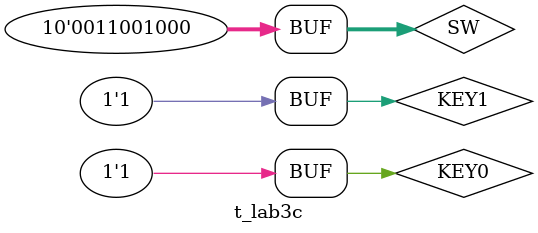
<source format=v>
`timescale 1ns / 1ps	// timescale <unit>/<precision>

module t_lab3c ( );	// substitute the name of the UUT 
						// UUT = Unit Under Test

	reg [9:0] SW;			// inputs of UUT 		
	reg KEY0, KEY1;
   	wire [9:0] LEDR;		// outputs of UUT
 	wire [0:6] HEX0, HEX1, HEX2, HEX3, HEX4, HEX5; 
	
	lab3c lab3c_tb (SW, LEDR, KEY0, KEY1, HEX0, HEX1, HEX2, HEX3, HEX4, HEX5);
	
	initial begin  	 	
						// statements generating input waveforms
		SW = 0; //KEY1 = 0; #1 KEY1 = 1; KEY0 = 0; #1 KEY0 = 1;
		#10 SW[7:0] = 5;
		#10 KEY1 = 0; #1 KEY1 = 1;
		#10 SW[7:0] = 7;
		#10 SW[7:0] = 10;
		#10 KEY1 = 0; #1 KEY1 = 1;
		#10 KEY0 = 0; #1 KEY0 = 1;
		#10 SW[7:0] = 1;
		#10 KEY1 = 0; #1 KEY1 = 1;
		#10 SW[7:0] = 255;
		#10 SW[7:0] = 200;		
		
	end // initial

endmodule

</source>
